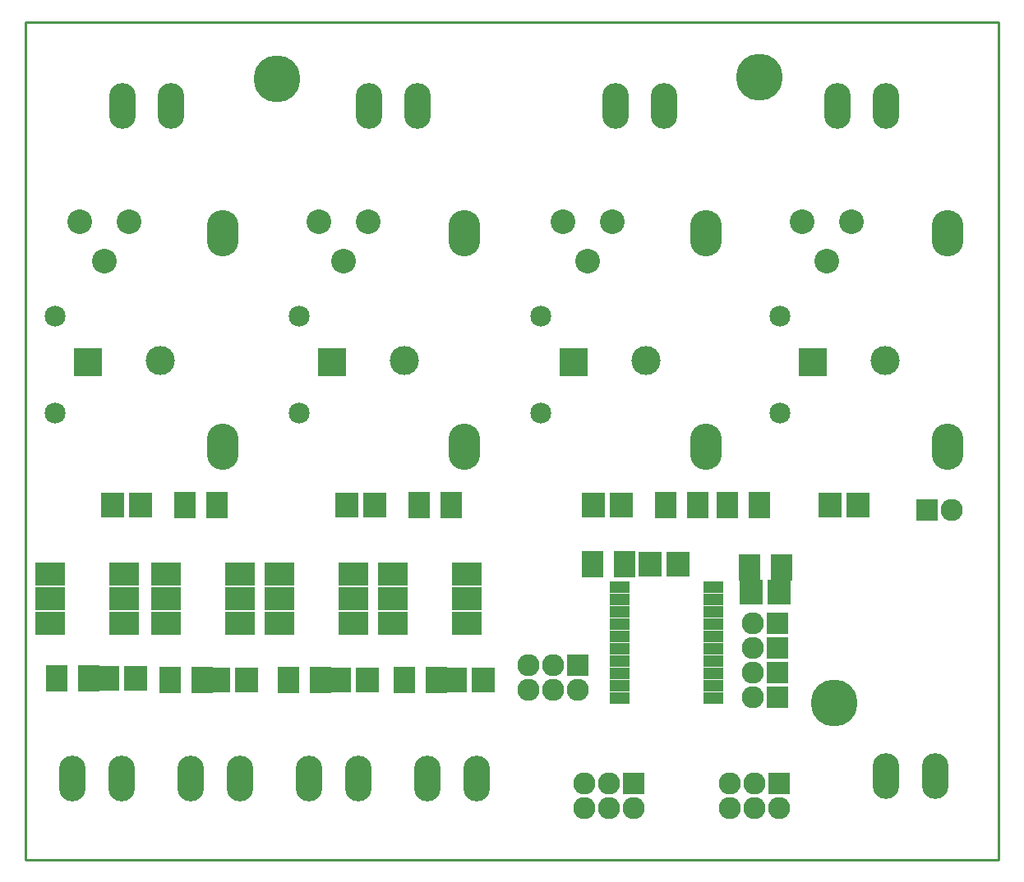
<source format=gts>
G04 (created by PCBNEW (2011-nov-30)-testing) date jeu. 18 oct. 2012 20:37:39 CEST*
%MOIN*%
G04 Gerber Fmt 3.4, Leading zero omitted, Abs format*
%FSLAX34Y34*%
G01*
G70*
G90*
G04 APERTURE LIST*
%ADD10C,0.006*%
%ADD11C,0.01*%
%ADD12R,0.08X0.05*%
%ADD13R,0.09X0.11*%
%ADD14R,0.09X0.09*%
%ADD15C,0.09*%
%ADD16R,0.0929X0.1009*%
%ADD17C,0.085*%
%ADD18R,0.12X0.092*%
%ADD19R,0.1182X0.1182*%
%ADD20C,0.1182*%
%ADD21O,0.1284X0.1875*%
%ADD22C,0.1*%
%ADD23C,0.19*%
%ADD24O,0.108X0.186*%
G04 APERTURE END LIST*
G54D10*
G54D11*
X51100Y-61600D02*
X51100Y-61400D01*
X90550Y-61600D02*
X51100Y-61600D01*
X90550Y-27600D02*
X90550Y-61600D01*
X51100Y-27600D02*
X90550Y-27600D01*
X51100Y-61400D02*
X51100Y-27600D01*
G54D12*
X75200Y-50550D03*
X75200Y-51050D03*
X75200Y-51550D03*
X75200Y-52050D03*
X75200Y-52550D03*
X75200Y-53050D03*
X75200Y-53550D03*
X75200Y-54050D03*
X75200Y-54550D03*
X75200Y-55050D03*
X79000Y-55050D03*
X79000Y-54550D03*
X79000Y-54050D03*
X79000Y-53550D03*
X79000Y-53050D03*
X79000Y-52550D03*
X79000Y-52050D03*
X79000Y-51550D03*
X79000Y-51050D03*
X79000Y-50550D03*
G54D13*
X53650Y-54250D03*
X52350Y-54250D03*
X67050Y-47200D03*
X68350Y-47200D03*
X58250Y-54300D03*
X56950Y-54300D03*
X77050Y-47200D03*
X78350Y-47200D03*
X67750Y-54300D03*
X66450Y-54300D03*
X57550Y-47200D03*
X58850Y-47200D03*
X63050Y-54300D03*
X61750Y-54300D03*
X80850Y-47200D03*
X79550Y-47200D03*
X80450Y-49750D03*
X81750Y-49750D03*
G54D14*
X73500Y-53700D03*
G54D15*
X73500Y-54700D03*
X72500Y-53700D03*
X72500Y-54700D03*
X71500Y-53700D03*
X71500Y-54700D03*
G54D16*
X54641Y-47200D03*
X55759Y-47200D03*
X81659Y-50750D03*
X80541Y-50750D03*
X64141Y-47200D03*
X65259Y-47200D03*
X55559Y-54250D03*
X54441Y-54250D03*
X60059Y-54300D03*
X58941Y-54300D03*
X83741Y-47200D03*
X84859Y-47200D03*
X64959Y-54300D03*
X63841Y-54300D03*
X74141Y-47200D03*
X75259Y-47200D03*
X69659Y-54300D03*
X68541Y-54300D03*
G54D17*
X52300Y-43469D03*
X52300Y-39531D03*
X62200Y-43469D03*
X62200Y-39531D03*
X72000Y-43469D03*
X72000Y-39531D03*
X81700Y-43469D03*
X81700Y-39531D03*
G54D18*
X69000Y-52000D03*
X69000Y-51000D03*
X69000Y-50000D03*
X66000Y-50000D03*
X66000Y-51000D03*
X66000Y-52000D03*
X59800Y-52000D03*
X59800Y-51000D03*
X59800Y-50000D03*
X56800Y-50000D03*
X56800Y-51000D03*
X56800Y-52000D03*
X64400Y-52000D03*
X64400Y-51000D03*
X64400Y-50000D03*
X61400Y-50000D03*
X61400Y-51000D03*
X61400Y-52000D03*
X55100Y-52000D03*
X55100Y-51000D03*
X55100Y-50000D03*
X52100Y-50000D03*
X52100Y-51000D03*
X52100Y-52000D03*
G54D19*
X73324Y-41400D03*
G54D20*
X76276Y-41350D03*
G54D19*
X63524Y-41400D03*
G54D20*
X66476Y-41350D03*
G54D19*
X53624Y-41400D03*
G54D20*
X56576Y-41350D03*
G54D19*
X83024Y-41400D03*
G54D20*
X85976Y-41350D03*
G54D14*
X81650Y-58500D03*
G54D15*
X81650Y-59500D03*
X80650Y-58500D03*
X80650Y-59500D03*
X79650Y-58500D03*
X79650Y-59500D03*
G54D14*
X75750Y-58500D03*
G54D15*
X75750Y-59500D03*
X74750Y-58500D03*
X74750Y-59500D03*
X73750Y-58500D03*
X73750Y-59500D03*
G54D13*
X75400Y-49600D03*
X74100Y-49600D03*
G54D16*
X77559Y-49600D03*
X76441Y-49600D03*
G54D21*
X59100Y-36169D03*
X59100Y-44831D03*
X68900Y-36169D03*
X68900Y-44831D03*
X78700Y-36169D03*
X78700Y-44831D03*
X88500Y-36169D03*
X88500Y-44831D03*
G54D22*
X55300Y-35700D03*
X54300Y-37300D03*
X53300Y-35700D03*
X65000Y-35700D03*
X64000Y-37300D03*
X63000Y-35700D03*
X74900Y-35700D03*
X73900Y-37300D03*
X72900Y-35700D03*
X84600Y-35700D03*
X83600Y-37300D03*
X82600Y-35700D03*
G54D14*
X81600Y-55000D03*
G54D15*
X80600Y-55000D03*
G54D14*
X81600Y-54000D03*
G54D15*
X80600Y-54000D03*
G54D14*
X81600Y-52000D03*
G54D15*
X80600Y-52000D03*
G54D14*
X81600Y-53000D03*
G54D15*
X80600Y-53000D03*
G54D14*
X87650Y-47400D03*
G54D15*
X88650Y-47400D03*
G54D23*
X61300Y-29900D03*
X80850Y-29850D03*
X83900Y-55250D03*
G54D24*
X53010Y-58300D03*
X54980Y-58300D03*
X57810Y-58300D03*
X59780Y-58300D03*
X62610Y-58300D03*
X64580Y-58300D03*
X67410Y-58300D03*
X69380Y-58300D03*
X86010Y-58200D03*
X87980Y-58200D03*
X85990Y-31000D03*
X84020Y-31000D03*
X76990Y-31000D03*
X75020Y-31000D03*
X66990Y-31000D03*
X65020Y-31000D03*
X56990Y-31000D03*
X55020Y-31000D03*
M02*

</source>
